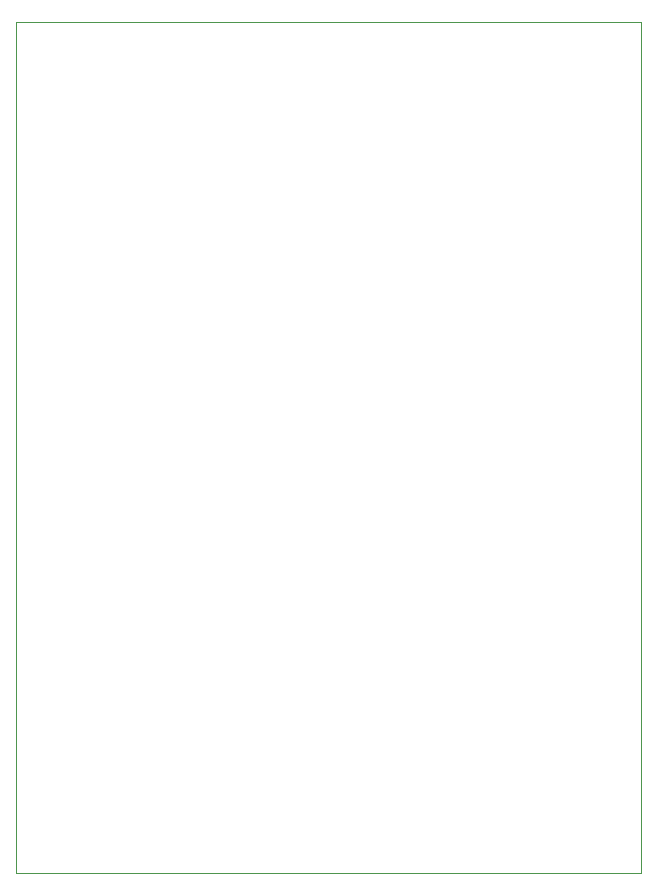
<source format=gbr>
%TF.GenerationSoftware,KiCad,Pcbnew,8.0.8*%
%TF.CreationDate,2025-03-27T16:53:01-04:00*%
%TF.ProjectId,GRIT_main_sub_PCB,47524954-5f6d-4616-996e-5f7375625f50,rev?*%
%TF.SameCoordinates,Original*%
%TF.FileFunction,Profile,NP*%
%FSLAX46Y46*%
G04 Gerber Fmt 4.6, Leading zero omitted, Abs format (unit mm)*
G04 Created by KiCad (PCBNEW 8.0.8) date 2025-03-27 16:53:01*
%MOMM*%
%LPD*%
G01*
G04 APERTURE LIST*
%TA.AperFunction,Profile*%
%ADD10C,0.050000*%
%TD*%
G04 APERTURE END LIST*
D10*
X12000000Y-12000000D02*
X64920000Y-12000000D01*
X64920000Y-84120000D01*
X12000000Y-84120000D01*
X12000000Y-12000000D01*
M02*

</source>
